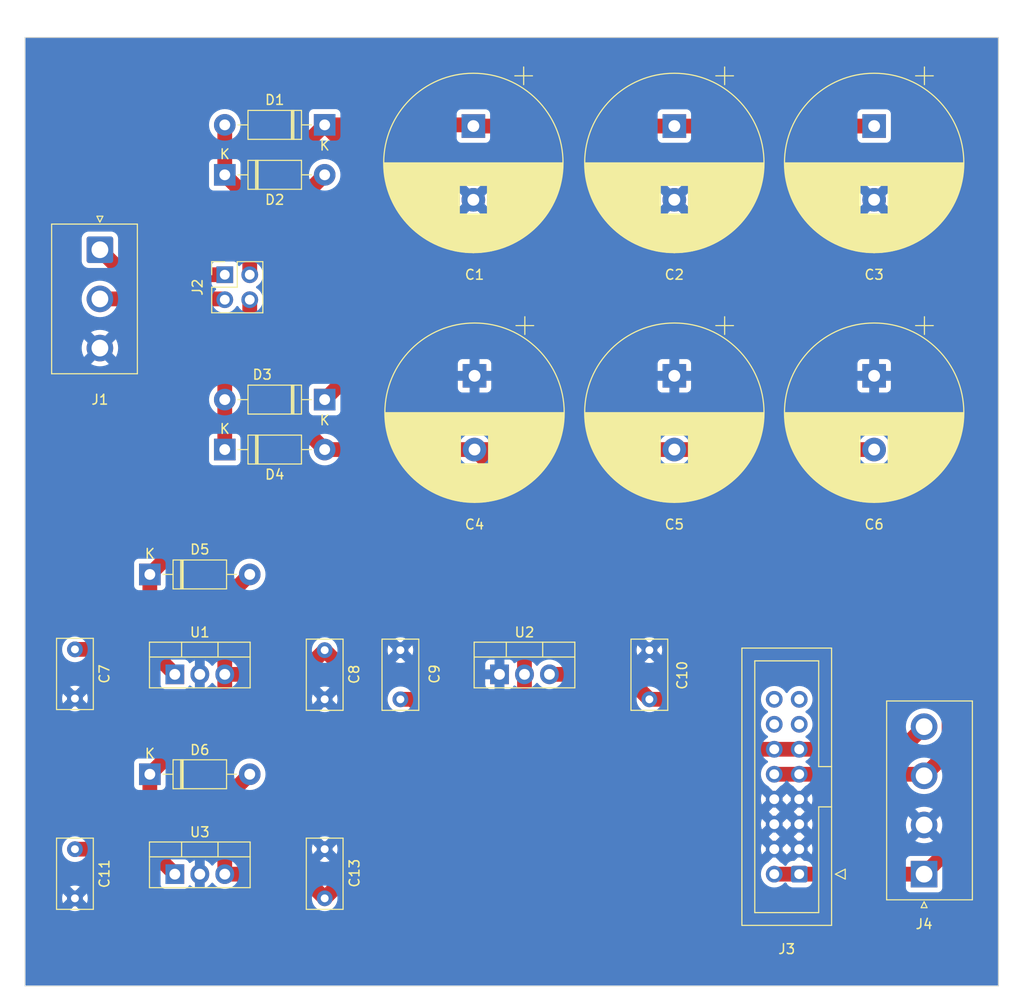
<source format=kicad_pcb>
(kicad_pcb (version 20221018) (generator pcbnew)
  (layers (0 "F.Cu" signal) (31 "B.Cu" signal) (34 "B.Paste" user) (35 "F.Paste" user) (36 "B.SilkS" user "B.Silkscreen") (37 "F.SilkS" user "F.Silkscreen") (38 "B.Mask" user) (39 "F.Mask" user) (44 "Edge.Cuts" user))
  (net 0 "")
  (net 1 "Net-(D1-K)")
  (net 2 "GNDREF")
  (net 3 "Net-(D2-A)")
  (net 4 "Net-(D1-A)")
  (net 5 "Net-(D3-A)")
  (net 6 "+12V")
  (net 7 "+5V")
  (net 8 "Net-(J1-Pin_2)")
  (net 9 "Net-(J1-Pin_1)")
  (net 10 "-12V")
  (footprint "Capacitor_THT:C_Rect_L7.0mm_W3.5mm_P5.00mm" (layer "F.Cu") (at 50.8 104.22 -90)
    (fp_text reference "C8" (at 2.46 -3 90) (layer "F.SilkS"))
    (fp_text value "1uF")
    (pad "1" thru_hole circle (at 0 0 270) (size 1.6 1.6) (drill 0.8) (layers "*.Cu" "*.Mask") (net 6 "+12V"))
    (pad "2" thru_hole circle (at 5 0 270) (size 1.6 1.6) (drill 0.8) (layers "*.Cu" "*.Mask") (net 2 "GNDREF"))
  )
  (footprint "Capacitor_THT:C_Rect_L7.0mm_W3.5mm_P5.00mm" (layer "F.Cu") (at 25.4 104.14 -90)
    (fp_text reference "C7" (at 2.5 -3 90) (layer "F.SilkS"))
    (fp_text value "1uF")
    (pad "1" thru_hole circle (at 0 0 270) (size 1.6 1.6) (drill 0.8) (layers "*.Cu" "*.Mask") (net 1 "Net-(D1-K)"))
    (pad "2" thru_hole circle (at 5 0 270) (size 1.6 1.6) (drill 0.8) (layers "*.Cu" "*.Mask") (net 2 "GNDREF"))
  )
  (footprint "Capacitor_THT:CP_Radial_D18.0mm_P7.50mm" (layer "F.Cu") (at 86.36 76.32 -90)
    (fp_text reference "C5" (at 15.12 0 -180) (layer "F.SilkS"))
    (fp_text value "4700uF")
    (pad "1" thru_hole rect (at 0 0 270) (size 2.4 2.4) (drill 1.2) (layers "*.Cu" "*.Mask") (net 2 "GNDREF"))
    (pad "2" thru_hole circle (at 7.5 0 270) (size 2.4 2.4) (drill 1.2) (layers "*.Cu" "*.Mask") (net 3 "Net-(D2-A)"))
  )
  (footprint "Diode_THT:D_DO-41_SOD81_P10.16mm_Horizontal" (layer "F.Cu") (at 33.02 96.52)
    (fp_text reference "D5" (at 5.08 -2.54) (layer "F.SilkS"))
    (fp_text value "1N4007")
    (fp_text user "K" (at 0 -2.1) (layer "F.SilkS"))
    (pad "1" thru_hole rect (at 0 0) (size 2.2 2.2) (drill 1.1) (layers "*.Cu" "*.Mask") (net 1 "Net-(D1-K)"))
    (pad "2" thru_hole oval (at 10.16 0) (size 2.2 2.2) (drill 1.1) (layers "*.Cu" "*.Mask") (net 6 "+12V"))
  )
  (footprint "Diode_THT:D_DO-41_SOD81_P10.16mm_Horizontal" (layer "F.Cu") (at 50.8 78.74 180)
    (fp_text reference "D3" (at 6.35 2.54) (layer "F.SilkS"))
    (fp_text value "1N4007")
    (fp_text user "K" (at 0 -2.1) (layer "F.SilkS"))
    (pad "1" thru_hole rect (at 0 0 180) (size 2.2 2.2) (drill 1.1) (layers "*.Cu" "*.Mask") (net 1 "Net-(D1-K)"))
    (pad "2" thru_hole oval (at 10.16 0 180) (size 2.2 2.2) (drill 1.1) (layers "*.Cu" "*.Mask") (net 5 "Net-(D3-A)"))
  )
  (footprint "Connector_PinSocket_2.54mm:PinSocket_2x02_P2.54mm_Vertical" (layer "F.Cu") (at 40.64 66.04 90)
    (fp_text reference "J2" (at -1.27 -2.77 90) (layer "F.SilkS"))
    (fp_text value "SW_DIP_x02")
    (pad "1" thru_hole rect (at 0 0 90) (size 1.7 1.7) (drill 1) (layers "*.Cu" "*.Mask") (net 9 "Net-(J1-Pin_1)"))
    (pad "2" thru_hole oval (at -2.54 0 90) (size 1.7 1.7) (drill 1) (layers "*.Cu" "*.Mask") (net 8 "Net-(J1-Pin_2)"))
    (pad "3" thru_hole oval (at 0 2.54 90) (size 1.7 1.7) (drill 1) (layers "*.Cu" "*.Mask") (net 4 "Net-(D1-A)"))
    (pad "4" thru_hole oval (at -2.54 2.54 90) (size 1.7 1.7) (drill 1) (layers "*.Cu" "*.Mask") (net 5 "Net-(D3-A)"))
  )
  (footprint "Diode_THT:D_DO-41_SOD81_P10.16mm_Horizontal" (layer "F.Cu") (at 40.64 55.88)
    (fp_text reference "D2" (at 5.08 2.54) (layer "F.SilkS"))
    (fp_text value "1N4007")
    (fp_text user "K" (at 0 -2.1) (layer "F.SilkS"))
    (pad "1" thru_hole rect (at 0 0) (size 2.2 2.2) (drill 1.1) (layers "*.Cu" "*.Mask") (net 4 "Net-(D1-A)"))
    (pad "2" thru_hole oval (at 10.16 0) (size 2.2 2.2) (drill 1.1) (layers "*.Cu" "*.Mask") (net 3 "Net-(D2-A)"))
  )
  (footprint "Package_TO_SOT_THT:TO-220-3_Vertical" (layer "F.Cu") (at 35.56 127)
    (fp_text reference "U3" (at 2.54 -4.27) (layer "F.SilkS"))
    (fp_text value "LM7805_TO220")
    (pad "1" thru_hole rect (at 0 0) (size 1.905 2) (drill 1.1) (layers "*.Cu" "*.Mask") (net 6 "+12V"))
    (pad "2" thru_hole oval (at 2.54 0) (size 1.905 2) (drill 1.1) (layers "*.Cu" "*.Mask") (net 2 "GNDREF"))
    (pad "3" thru_hole oval (at 5.08 0) (size 1.905 2) (drill 1.1) (layers "*.Cu" "*.Mask") (net 7 "+5V"))
  )
  (footprint "Package_TO_SOT_THT:TO-220-3_Vertical" (layer "F.Cu") (at 68.58 106.68)
    (fp_text reference "U2" (at 2.54 -4.27) (layer "F.SilkS"))
    (fp_text value "LM7912")
    (pad "1" thru_hole rect (at 0 0) (size 1.905 2) (drill 1.1) (layers "*.Cu" "*.Mask") (net 2 "GNDREF"))
    (pad "2" thru_hole oval (at 2.54 0) (size 1.905 2) (drill 1.1) (layers "*.Cu" "*.Mask") (net 3 "Net-(D2-A)"))
    (pad "3" thru_hole oval (at 5.08 0) (size 1.905 2) (drill 1.1) (layers "*.Cu" "*.Mask") (net 10 "-12V"))
  )
  (footprint "Capacitor_THT:CP_Radial_D18.0mm_P7.50mm" (layer "F.Cu") (at 106.68 76.32 -90)
    (fp_text reference "C6" (at 15.12 0 -180) (layer "F.SilkS"))
    (fp_text value "4700uF")
    (pad "1" thru_hole rect (at 0 0 270) (size 2.4 2.4) (drill 1.2) (layers "*.Cu" "*.Mask") (net 2 "GNDREF"))
    (pad "2" thru_hole circle (at 7.5 0 270) (size 2.4 2.4) (drill 1.2) (layers "*.Cu" "*.Mask") (net 3 "Net-(D2-A)"))
  )
  (footprint "Capacitor_THT:CP_Radial_D18.0mm_P7.50mm" (layer "F.Cu") (at 86.36 50.92 -90)
    (fp_text reference "C2" (at 15.12 0 -180) (layer "F.SilkS"))
    (fp_text value "4700uF")
    (pad "1" thru_hole rect (at 0 0 270) (size 2.4 2.4) (drill 1.2) (layers "*.Cu" "*.Mask") (net 1 "Net-(D1-K)"))
    (pad "2" thru_hole circle (at 7.5 0 270) (size 2.4 2.4) (drill 1.2) (layers "*.Cu" "*.Mask") (net 2 "GNDREF"))
  )
  (footprint "Capacitor_THT:C_Rect_L7.0mm_W3.5mm_P5.00mm" (layer "F.Cu") (at 58.5 109.22 90)
    (fp_text reference "C9" (at 2.570766 3.468822 90) (layer "F.SilkS"))
    (fp_text value "1uF")
    (pad "1" thru_hole circle (at 0 0 90) (size 1.6 1.6) (drill 0.8) (layers "*.Cu" "*.Mask") (net 3 "Net-(D2-A)"))
    (pad "2" thru_hole circle (at 5 0 90) (size 1.6 1.6) (drill 0.8) (layers "*.Cu" "*.Mask") (net 2 "GNDREF"))
  )
  (footprint "Capacitor_THT:CP_Radial_D18.0mm_P7.50mm" (layer "F.Cu") (at 66.04 76.32 -90)
    (fp_text reference "C4" (at 15.12 0 -180) (layer "F.SilkS"))
    (fp_text value "4700uF")
    (pad "1" thru_hole rect (at 0 0 270) (size 2.4 2.4) (drill 1.2) (layers "*.Cu" "*.Mask") (net 2 "GNDREF"))
    (pad "2" thru_hole circle (at 7.5 0 270) (size 2.4 2.4) (drill 1.2) (layers "*.Cu" "*.Mask") (net 3 "Net-(D2-A)"))
  )
  (footprint "Capacitor_THT:C_Rect_L7.0mm_W3.5mm_P5.00mm" (layer "F.Cu") (at 83.82 109.22 90)
    (fp_text reference "C10" (at 2.44258 3.337318 90) (layer "F.SilkS"))
    (fp_text value "1uF")
    (pad "1" thru_hole circle (at 0 0 90) (size 1.6 1.6) (drill 0.8) (layers "*.Cu" "*.Mask") (net 10 "-12V"))
    (pad "2" thru_hole circle (at 5 0 90) (size 1.6 1.6) (drill 0.8) (layers "*.Cu" "*.Mask") (net 2 "GNDREF"))
  )
  (footprint "Capacitor_THT:CP_Radial_D18.0mm_P7.50mm" (layer "F.Cu") (at 106.68 50.92 -90)
    (fp_text reference "C3" (at 15.12 0 -180) (layer "F.SilkS"))
    (fp_text value "4700uF")
    (pad "1" thru_hole rect (at 0 0 270) (size 2.4 2.4) (drill 1.2) (layers "*.Cu" "*.Mask") (net 1 "Net-(D1-K)"))
    (pad "2" thru_hole circle (at 7.5 0 270) (size 2.4 2.4) (drill 1.2) (layers "*.Cu" "*.Mask") (net 2 "GNDREF"))
  )
  (footprint "Capacitor_THT:CP_Radial_D18.0mm_P7.50mm" (layer "F.Cu") (at 65.92 50.92 -90)
    (fp_text reference "C1" (at 15.12 -0.12 -180) (layer "F.SilkS"))
    (fp_text value "4700uF")
    (pad "1" thru_hole rect (at 0 0 270) (size 2.4 2.4) (drill 1.2) (layers "*.Cu" "*.Mask") (net 1 "Net-(D1-K)"))
    (pad "2" thru_hole circle (at 7.5 0 270) (size 2.4 2.4) (drill 1.2) (layers "*.Cu" "*.Mask") (net 2 "GNDREF"))
  )
  (footprint "Connector_IDC:IDC-Header_2x08_P2.54mm_Vertical" (layer "F.Cu") (at 99.06 127 180)
    (fp_text reference "J3" (at 1.27 -7.62) (layer "F.SilkS"))
    (fp_text value "Conn_02x08_Odd_Even")
    (pad "1" thru_hole roundrect (at 0 0 180) (size 1.7 1.7) (drill 1) (layers "*.Cu" "*.Mask") (roundrect_rratio 0.147059) (net 10 "-12V"))
    (pad "2" thru_hole circle (at 2.54 0 180) (size 1.7 1.7) (drill 1) (layers "*.Cu" "*.Mask") (net 10 "-12V"))
    (pad "3" thru_hole circle (at 0 2.54 180) (size 1.7 1.7) (drill 1) (layers "*.Cu" "*.Mask") (net 2 "GNDREF"))
    (pad "4" thru_hole circle (at 2.54 2.54 180) (size 1.7 1.7) (drill 1) (layers "*.Cu" "*.Mask") (net 2 "GNDREF"))
    (pad "5" thru_hole circle (at 0 5.08 180) (size 1.7 1.7) (drill 1) (layers "*.Cu" "*.Mask") (net 2 "GNDREF"))
    (pad "6" thru_hole circle (at 2.54 5.08 180) (size 1.7 1.7) (drill 1) (layers "*.Cu" "*.Mask") (net 2 "GNDREF"))
    (pad "7" thru_hole circle (at 0 7.62 180) (size 1.7 1.7) (drill 1) (layers "*.Cu" "*.Mask") (net 2 "GNDREF"))
    (pad "8" thru_hole circle (at 2.54 7.62 180) (size 1.7 1.7) (drill 1) (layers "*.Cu" "*.Mask") (net 2 "GNDREF"))
    (pad "9" thru_hole circle (at 0 10.16 180) (size 1.7 1.7) (drill 1) (layers "*.Cu" "*.Mask") (net 6 "+12V"))
    (pad "10" thru_hole circle (at 2.54 10.16 180) (size 1.7 1.7) (drill 1) (layers "*.Cu" "*.Mask") (net 6 "+12V"))
    (pad "11" thru_hole circle (at 0 12.7 180) (size 1.7 1.7) (drill 1) (layers "*.Cu" "*.Mask") (net 7 "+5V"))
    (pad "12" thru_hole circle (at 2.54 12.7 180) (size 1.7 1.7) (drill 1) (layers "*.Cu" "*.Mask") (net 7 "+5V"))
    (pad "13" thru_hole circle (at 0 15.24 180) (size 1.7 1.7) (drill 1) (layers "*.Cu" "*.Mask"))
    (pad "14" thru_hole circle (at 2.54 15.24 180) (size 1.7 1.7) (drill 1) (layers "*.Cu" "*.Mask"))
    (pad "15" thru_hole circle (at 0 17.78 180) (size 1.7 1.7) (drill 1) (layers "*.Cu" "*.Mask"))
    (pad "16" thru_hole circle (at 2.54 17.78 180) (size 1.7 1.7) (drill 1) (layers "*.Cu" "*.Mask"))
  )
  (footprint "Connector_JST:JST_NV_B04P-NV_1x04_P5.00mm_Vertical" (layer "F.Cu") (at 111.76 127 90)
    (fp_text reference "J4" (at -5.08 0 180) (layer "F.SilkS"))
    (fp_text value "Power out")
    (pad "1" thru_hole rect (at 0 0 90) (size 2.7 2.7) (drill 1.7) (layers "*.Cu" "*.Mask") (net 10 "-12V"))
    (pad "2" thru_hole circle (at 5 0 90) (size 2.7 2.7) (drill 1.7) (layers "*.Cu" "*.Mask") (net 2 "GNDREF"))
    (pad "3" thru_hole circle (at 10 0 90) (size 2.7 2.7) (drill 1.7) (layers "*.Cu" "*.Mask") (net 6 "+12V"))
    (pad "4" thru_hole circle (at 15 0 90) (size 2.7 2.7) (drill 1.7) (layers "*.Cu" "*.Mask") (net 7 "+5V"))
  )
  (footprint "Diode_THT:D_DO-41_SOD81_P10.16mm_Horizontal" (layer "F.Cu") (at 50.8 50.8 180)
    (fp_text reference "D1" (at 5.08 2.54) (layer "F.SilkS"))
    (fp_text value "1N4007")
    (fp_text user "K" (at 0 -2.1) (layer "F.SilkS"))
    (pad "1" thru_hole rect (at 0 0 180) (size 2.2 2.2) (drill 1.1) (layers "*.Cu" "*.Mask") (net 1 "Net-(D1-K)"))
    (pad "2" thru_hole oval (at 10.16 0 180) (size 2.2 2.2) (drill 1.1) (layers "*.Cu" "*.Mask") (net 4 "Net-(D1-A)"))
  )
  (footprint "Capacitor_THT:C_Rect_L7.0mm_W3.5mm_P5.00mm" (layer "F.Cu") (at 25.4 124.46 -90)
    (fp_text reference "C11" (at 2.5 -3 90) (layer "F.SilkS"))
    (fp_text value "1uF")
    (pad "1" thru_hole circle (at 0 0 270) (size 1.6 1.6) (drill 0.8) (layers "*.Cu" "*.Mask") (net 6 "+12V"))
    (pad "2" thru_hole circle (at 5 0 270) (size 1.6 1.6) (drill 0.8) (layers "*.Cu" "*.Mask") (net 2 "GNDREF"))
  )
  (footprint "Package_TO_SOT_THT:TO-220-3_Vertical" (layer "F.Cu") (at 35.56 106.68)
    (fp_text reference "U1" (at 2.54 -4.27) (layer "F.SilkS"))
    (fp_text value "LM7812")
    (pad "1" thru_hole rect (at 0 0) (size 1.905 2) (drill 1.1) (layers "*.Cu" "*.Mask") (net 1 "Net-(D1-K)"))
    (pad "2" thru_hole oval (at 2.54 0) (size 1.905 2) (drill 1.1) (layers "*.Cu" "*.Mask") (net 2 "GNDREF"))
    (pad "3" thru_hole oval (at 5.08 0) (size 1.905 2) (drill 1.1) (layers "*.Cu" "*.Mask") (net 6 "+12V"))
  )
  (footprint "Capacitor_THT:C_Rect_L7.0mm_W3.5mm_P5.00mm" (layer "F.Cu") (at 50.8 129.46 90)
    (fp_text reference "C13" (at 2.557421 3.029028 90) (layer "F.SilkS"))
    (fp_text value "1uF")
    (pad "1" thru_hole circle (at 0 0 90) (size 1.6 1.6) (drill 0.8) (layers "*.Cu" "*.Mask") (net 7 "+5V"))
    (pad "2" thru_hole circle (at 5 0 90) (size 1.6 1.6) (drill 0.8) (layers "*.Cu" "*.Mask") (net 2 "GNDREF"))
  )
  (footprint "Diode_THT:D_DO-41_SOD81_P10.16mm_Horizontal" (layer "F.Cu") (at 40.64 83.82)
    (fp_text reference "D4" (at 5.08 2.54) (layer "F.SilkS"))
    (fp_text value "1N4007")
    (fp_text user "K" (at 0 -2.1) (layer "F.SilkS"))
    (pad "1" thru_hole rect (at 0 0) (size 2.2 2.2) (drill 1.1) (layers "*.Cu" "*.Mask") (net 5 "Net-(D3-A)"))
    (pad "2" thru_hole oval (at 10.16 0) (size 2.2 2.2) (drill 1.1) (layers "*.Cu" "*.Mask") (net 3 "Net-(D2-A)"))
  )
  (footprint "Diode_THT:D_DO-41_SOD81_P10.16mm_Horizontal" (layer "F.Cu") (at 33.02 116.84)
    (fp_text reference "D6" (at 5.08 -2.47) (layer "F.SilkS"))
    (fp_text value "1N4007")
    (fp_text user "K" (at 0 -2.1) (layer "F.SilkS"))
    (pad "1" thru_hole rect (at 0 0) (size 2.2 2.2) (drill 1.1) (layers "*.Cu" "*.Mask") (net 6 "+12V"))
    (pad "2" thru_hole oval (at 10.16 0) (size 2.2 2.2) (drill 1.1) (layers "*.Cu" "*.Mask") (net 7 "+5V"))
  )
  (footprint "Connector_JST:JST_NV_B03P-NV_1x03_P5.00mm_Vertical" (layer "F.Cu") (at 27.94 63.5 -90)
    (fp_text reference "J1" (at 15.24 0 -180) (layer "F.SilkS"))
    (fp_text value "Screw_Terminal_01x03")
    (pad "1" thru_hole roundrect (at 0 0 270) (size 2.7 2.7) (drill 1.7) (layers "*.Cu" "*.Mask") (roundrect_rratio 0.092593) (net 9 "Net-(J1-Pin_1)"))
    (pad "2" thru_hole circle (at 5 0 270) (size 2.7 2.7) (drill 1.7) (layers "*.Cu" "*.Mask") (net 8 "Net-(J1-Pin_2)"))
    (pad "3" thru_hole circle (at 10 0 270) (size 2.7 2.7) (drill 1.7) (layers "*.Cu" "*.Mask") (net 2 "GNDREF"))
  )
  (gr_rect (start 20.32 41.91) (end 119.32 138.37) (stroke (width 0.1)) (fill none) (layer "Edge.Cuts"))
  (segment (start 45.72 83.82) (end 33.02 96.52) (width 1.5) (layer "F.Cu") (net 1))
  (segment (start 25.4 104.14) (end 33.02 104.14) (width 1.5) (layer "F.Cu") (net 1))
  (segment (start 33.02 96.52) (end 33.02 104.14) (width 1.5) (layer "F.Cu") (net 1))
  (segment (start 65.8 50.8) (end 65.92 50.92) (width 0.25) (layer "F.Cu") (net 1))
  (segment (start 86.36 50.92) (end 65.92 50.92) (width 1.5) (layer "F.Cu") (net 1))
  (segment (start 86.36 50.92) (end 106.68 50.92) (width 1.5) (layer "F.Cu") (net 1))
  (segment (start 50.8 50.8) (end 65.8 50.8) (width 1.5) (layer "F.Cu") (net 1))
  (segment (start 53.34 76.2) (end 50.8 78.74) (width 1.5) (layer "F.Cu") (net 1))
  (segment (start 45.72 55.88) (end 45.72 83.82) (width 1.5) (layer "F.Cu") (net 1))
  (segment (start 53.34 53.34) (end 53.34 76.2) (width 1.5) (layer "F.Cu") (net 1))
  (segment (start 33.02 104.14) (end 35.56 106.68) (width 1.5) (layer "F.Cu") (net 1))
  (segment (start 50.8 50.8) (end 53.34 53.34) (width 1.5) (layer "F.Cu") (net 1))
  (segment (start 50.8 50.8) (end 45.72 55.88) (width 1.5) (layer "F.Cu") (net 1))
  (segment (start 66.04 83.82) (end 86.36 83.82) (width 1.5) (layer "F.Cu") (net 3))
  (segment (start 69.85 110.49) (end 60.96 110.49) (width 1.5) (layer "F.Cu") (net 3))
  (segment (start 50.8 55.88) (end 48.26 58.42) (width 1.5) (layer "F.Cu") (net 3))
  (segment (start 86.36 83.82) (end 106.68 83.82) (width 1.5) (layer "F.Cu") (net 3))
  (segment (start 59.69 109.22) (end 58.5 109.22) (width 1.5) (layer "F.Cu") (net 3))
  (segment (start 48.26 58.42) (end 48.26 81.28) (width 1.5) (layer "F.Cu") (net 3))
  (segment (start 66.04 83.82) (end 71.12 88.9) (width 1.5) (layer "F.Cu") (net 3))
  (segment (start 71.12 106.68) (end 71.12 88.9) (width 1.5) (layer "F.Cu") (net 3))
  (segment (start 71.12 106.68) (end 71.12 109.22) (width 1.5) (layer "F.Cu") (net 3))
  (segment (start 60.96 110.49) (end 59.69 109.22) (width 1.5) (layer "F.Cu") (net 3))
  (segment (start 50.8 83.82) (end 66.04 83.82) (width 1.5) (layer "F.Cu") (net 3))
  (segment (start 71.12 109.22) (end 69.85 110.49) (width 1.5) (layer "F.Cu") (net 3))
  (segment (start 48.26 81.28) (end 50.8 83.82) (width 1.5) (layer "F.Cu") (net 3))
  (segment (start 43.18 58.42) (end 40.64 55.88) (width 1.5) (layer "F.Cu") (net 4))
  (segment (start 40.64 55.88) (end 40.64 50.8) (width 1.5) (layer "F.Cu") (net 4))
  (segment (start 43.18 66.04) (end 43.18 58.42) (width 1.5) (layer "F.Cu") (net 4))
  (segment (start 40.64 78.74) (end 40.64 83.82) (width 1.5) (layer "F.Cu") (net 5))
  (segment (start 43.18 71.12) (end 40.64 73.66) (width 1.5) (layer "F.Cu") (net 5))
  (segment (start 40.64 73.66) (end 40.64 78.74) (width 1.5) (layer "F.Cu") (net 5))
  (segment (start 43.18 68.58) (end 43.18 71.12) (width 1.5) (layer "F.Cu") (net 5))
  (segment (start 40.64 106.68) (end 40.64 99.06) (width 1.5) (layer "F.Cu") (net 6))
  (segment (start 40.64 99.06) (end 43.18 96.52) (width 1.5) (layer "F.Cu") (net 6))
  (segment (start 33.02 116.84) (end 33.02 124.46) (width 1.5) (layer "F.Cu") (net 6))
  (segment (start 48.34 106.68) (end 50.8 104.22) (width 1.5) (layer "F.Cu") (net 6))
  (segment (start 50.8 104.22) (end 54.61 108.03) (width 1.5) (layer "F.Cu") (net 6))
  (segment (start 33.02 124.46) (end 35.56 127) (width 1.5) (layer "F.Cu") (net 6))
  (segment (start 99.06 116.84) (end 111.6 116.84) (width 1.5) (layer "F.Cu") (net 6))
  (segment (start 96.52 105.41) (end 111.76 105.41) (width 1.5) (layer "F.Cu") (net 6))
  (segment (start 87.63 114.3) (end 96.52 105.41) (width 1.5) (layer "F.Cu") (net 6))
  (segment (start 25.4 124.46) (end 33.02 124.46) (width 1.5) (layer "F.Cu") (net 6))
  (segment (start 40.64 109.22) (end 33.02 116.84) (width 1.5) (layer "F.Cu") (net 6))
  (segment (start 96.52 116.84) (end 99.06 116.84) (width 1.5) (layer "F.Cu") (net 6))
  (segment (start 40.64 106.68) (end 40.64 109.22) (width 1.5) (layer "F.Cu") (net 6))
  (segment (start 114.3 107.95) (end 114.3 114.46) (width 1.5) (layer "F.Cu") (net 6))
  (segment (start 40.64 106.68) (end 48.34 106.68) (width 1.5) (layer "F.Cu") (net 6))
  (segment (start 111.76 105.41) (end 114.3 107.95) (width 1.5) (layer "F.Cu") (net 6))
  (segment (start 111.6 116.84) (end 111.76 117) (width 0.25) (layer "F.Cu") (net 6))
  (segment (start 54.61 113.03) (end 55.88 114.3) (width 1.5) (layer "F.Cu") (net 6))
  (segment (start 114.3 114.46) (end 111.76 117) (width 1.5) (layer "F.Cu") (net 6))
  (segment (start 55.88 114.3) (end 87.63 114.3) (width 1.5) (layer "F.Cu") (net 6))
  (segment (start 54.61 108.03) (end 54.61 113.03) (width 1.5) (layer "F.Cu") (net 6))
  (segment (start 96.52 114.3) (end 99.06 114.3) (width 1.5) (layer "F.Cu") (net 7))
  (segment (start 48.34 127) (end 50.8 129.46) (width 1.5) (layer "F.Cu") (net 7))
  (segment (start 40.64 127) (end 40.64 119.38) (width 1.5) (layer "F.Cu") (net 7))
  (segment (start 50.8 129.46) (end 58.34 121.92) (width 1.5) (layer "F.Cu") (net 7))
  (segment (start 109.46 114.3) (end 111.76 112) (width 1.5) (layer "F.Cu") (net 7))
  (segment (start 40.64 119.38) (end 43.18 116.84) (width 1.5) (layer "F.Cu") (net 7))
  (segment (start 40.64 127) (end 48.34 127) (width 1.5) (layer "F.Cu") (net 7))
  (segment (start 85.09 121.92) (end 92.71 114.3) (width 1.5) (layer "F.Cu") (net 7))
  (segment (start 92.71 114.3) (end 96.52 114.3) (width 1.5) (layer "F.Cu") (net 7))
  (segment (start 58.34 121.92) (end 85.09 121.92) (width 1.5) (layer "F.Cu") (net 7))
  (segment (start 99.06 114.3) (end 109.46 114.3) (width 1.5) (layer "F.Cu") (net 7))
  (segment (start 40.56 68.5) (end 40.64 68.58) (width 0.25) (layer "F.Cu") (net 8))
  (segment (start 27.94 68.5) (end 40.56 68.5) (width 1.5) (layer "F.Cu") (net 8))
  (segment (start 30.48 66.04) (end 40.64 66.04) (width 1.5) (layer "F.Cu") (net 9))
  (segment (start 27.94 63.5) (end 30.48 66.04) (width 1.5) (layer "F.Cu") (net 9))
  (segment (start 81.28 106.68) (end 83.82 109.22) (width 1.5) (layer "F.Cu") (net 10))
  (segment (start 116.84 121.92) (end 111.76 127) (width 1.5) (layer "F.Cu") (net 10))
  (segment (start 96.52 127) (end 99.06 127) (width 1.5) (layer "F.Cu") (net 10))
  (segment (start 87.63 109.22) (end 95.25 101.6) (width 1.5) (layer "F.Cu") (net 10))
  (segment (start 113.03 101.6) (end 116.84 105.41) (width 1.5) (layer "F.Cu") (net 10))
  (segment (start 73.66 106.68) (end 81.28 106.68) (width 1.5) (layer "F.Cu") (net 10))
  (segment (start 99.06 127) (end 111.76 127) (width 1.5) (layer "F.Cu") (net 10))
  (segment (start 116.84 105.41) (end 116.84 121.92) (width 1.5) (layer "F.Cu") (net 10))
  (segment (start 83.82 109.22) (end 87.63 109.22) (width 1.5) (layer "F.Cu") (net 10))
  (segment (start 95.25 101.6) (end 113.03 101.6) (width 1.5) (layer "F.Cu") (net 10))
  (zone (net 2) (net_name "GNDREF") (layer "B.Cu") (name "GNDREF") (connect_pads (clearance 0.5)) (min_thickness 0.25) (fill yes (thermal_gap 0.5) (thermal_bridge_width 1))
    (polygon (pts (xy 121.92 139.7) (xy 121.92 38.1) (xy 17.78 38.1) (xy 17.78 139.7)))
  )
)
</source>
